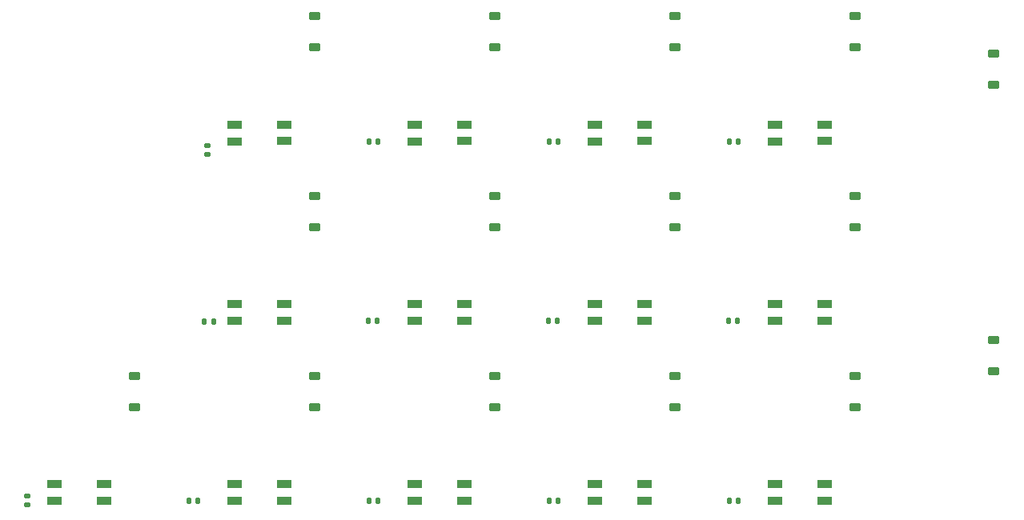
<source format=gbr>
%TF.GenerationSoftware,KiCad,Pcbnew,7.0.2*%
%TF.CreationDate,2023-08-21T12:10:16-07:00*%
%TF.ProjectId,Macropad_Project,4d616372-6f70-4616-945f-50726f6a6563,rev?*%
%TF.SameCoordinates,Original*%
%TF.FileFunction,Paste,Bot*%
%TF.FilePolarity,Positive*%
%FSLAX46Y46*%
G04 Gerber Fmt 4.6, Leading zero omitted, Abs format (unit mm)*
G04 Created by KiCad (PCBNEW 7.0.2) date 2023-08-21 12:10:16*
%MOMM*%
%LPD*%
G01*
G04 APERTURE LIST*
G04 Aperture macros list*
%AMRoundRect*
0 Rectangle with rounded corners*
0 $1 Rounding radius*
0 $2 $3 $4 $5 $6 $7 $8 $9 X,Y pos of 4 corners*
0 Add a 4 corners polygon primitive as box body*
4,1,4,$2,$3,$4,$5,$6,$7,$8,$9,$2,$3,0*
0 Add four circle primitives for the rounded corners*
1,1,$1+$1,$2,$3*
1,1,$1+$1,$4,$5*
1,1,$1+$1,$6,$7*
1,1,$1+$1,$8,$9*
0 Add four rect primitives between the rounded corners*
20,1,$1+$1,$2,$3,$4,$5,0*
20,1,$1+$1,$4,$5,$6,$7,0*
20,1,$1+$1,$6,$7,$8,$9,0*
20,1,$1+$1,$8,$9,$2,$3,0*%
G04 Aperture macros list end*
%ADD10R,1.600000X0.850000*%
%ADD11RoundRect,0.225000X-0.375000X0.225000X-0.375000X-0.225000X0.375000X-0.225000X0.375000X0.225000X0*%
%ADD12RoundRect,0.140000X-0.140000X-0.170000X0.140000X-0.170000X0.140000X0.170000X-0.140000X0.170000X0*%
%ADD13RoundRect,0.140000X-0.170000X0.140000X-0.170000X-0.140000X0.170000X-0.140000X0.170000X0.140000X0*%
G04 APERTURE END LIST*
D10*
%TO.C,RGB3*%
X97232500Y-37707500D03*
X97232500Y-39457500D03*
X91932500Y-39482500D03*
X91932500Y-37707500D03*
%TD*%
%TO.C,RGB4*%
X78192500Y-37707500D03*
X78192500Y-39457500D03*
X72892500Y-39482500D03*
X72892500Y-37707500D03*
%TD*%
D11*
%TO.C,D3*%
X119500000Y-26250000D03*
X119500000Y-29550000D03*
%TD*%
%TO.C,D7*%
X100450000Y-45302500D03*
X100450000Y-48602500D03*
%TD*%
%TO.C,D13*%
X100450000Y-64352500D03*
X100450000Y-67652500D03*
%TD*%
D12*
%TO.C,C10*%
X106170000Y-77562500D03*
X107130000Y-77562500D03*
%TD*%
D11*
%TO.C,D2*%
X100450000Y-26250000D03*
X100450000Y-29550000D03*
%TD*%
D10*
%TO.C,RGB6*%
X116282500Y-56737500D03*
X116282500Y-58487500D03*
X110982500Y-58512500D03*
X110982500Y-56737500D03*
%TD*%
D11*
%TO.C,D9*%
X138550000Y-45302500D03*
X138550000Y-48602500D03*
%TD*%
D10*
%TO.C,RGB9*%
X135332500Y-75787500D03*
X135332500Y-77537500D03*
X130032500Y-77562500D03*
X130032500Y-75787500D03*
%TD*%
D11*
%TO.C,D5*%
X153210000Y-30232500D03*
X153210000Y-33532500D03*
%TD*%
D10*
%TO.C,RGB11*%
X97232500Y-75787500D03*
X97232500Y-77537500D03*
X91932500Y-77562500D03*
X91932500Y-75787500D03*
%TD*%
%TO.C,RGB10*%
X116282500Y-75787500D03*
X116282500Y-77537500D03*
X110982500Y-77562500D03*
X110982500Y-75787500D03*
%TD*%
%TO.C,RGB5*%
X135332500Y-56737500D03*
X135332500Y-58487500D03*
X130032500Y-58512500D03*
X130032500Y-56737500D03*
%TD*%
D11*
%TO.C,D1*%
X81400000Y-26250000D03*
X81400000Y-29550000D03*
%TD*%
%TO.C,D15*%
X138550000Y-64352500D03*
X138550000Y-67652500D03*
%TD*%
D10*
%TO.C,RGB13*%
X59132500Y-75787500D03*
X59132500Y-77537500D03*
X53832500Y-77562500D03*
X53832500Y-75787500D03*
%TD*%
D12*
%TO.C,C9*%
X125220000Y-77562500D03*
X126180000Y-77562500D03*
%TD*%
%TO.C,C5*%
X69720000Y-58600000D03*
X70680000Y-58600000D03*
%TD*%
%TO.C,C1*%
X125220000Y-39482500D03*
X126180000Y-39482500D03*
%TD*%
D10*
%TO.C,RGB12*%
X78192500Y-75787500D03*
X78192500Y-77537500D03*
X72892500Y-77562500D03*
X72892500Y-75787500D03*
%TD*%
D12*
%TO.C,C7*%
X106120000Y-58487500D03*
X107080000Y-58487500D03*
%TD*%
D11*
%TO.C,D6*%
X81400000Y-45302500D03*
X81400000Y-48602500D03*
%TD*%
%TO.C,D4*%
X138550000Y-26250000D03*
X138550000Y-29550000D03*
%TD*%
%TO.C,D8*%
X119500000Y-45302500D03*
X119500000Y-48602500D03*
%TD*%
D12*
%TO.C,C2*%
X106170000Y-39482500D03*
X107130000Y-39482500D03*
%TD*%
%TO.C,C8*%
X125160000Y-58487500D03*
X126120000Y-58487500D03*
%TD*%
D11*
%TO.C,D10*%
X153200000Y-60532500D03*
X153200000Y-63832500D03*
%TD*%
%TO.C,D14*%
X119500000Y-64352500D03*
X119500000Y-67652500D03*
%TD*%
D12*
%TO.C,C12*%
X68080000Y-77562500D03*
X69040000Y-77562500D03*
%TD*%
D11*
%TO.C,D12*%
X81400000Y-64352500D03*
X81400000Y-67652500D03*
%TD*%
%TO.C,D11*%
X62300000Y-64352500D03*
X62300000Y-67652500D03*
%TD*%
D10*
%TO.C,RGB1*%
X135332500Y-37707500D03*
X135332500Y-39457500D03*
X130032500Y-39482500D03*
X130032500Y-37707500D03*
%TD*%
D13*
%TO.C,C4*%
X70000000Y-39920000D03*
X70000000Y-40880000D03*
%TD*%
D12*
%TO.C,C3*%
X87120000Y-39482500D03*
X88080000Y-39482500D03*
%TD*%
D10*
%TO.C,RGB2*%
X116282500Y-37707500D03*
X116282500Y-39457500D03*
X110982500Y-39482500D03*
X110982500Y-37707500D03*
%TD*%
D12*
%TO.C,C11*%
X87120000Y-77562500D03*
X88080000Y-77562500D03*
%TD*%
D10*
%TO.C,RGB8*%
X78192500Y-56737500D03*
X78192500Y-58487500D03*
X72892500Y-58512500D03*
X72892500Y-56737500D03*
%TD*%
D12*
%TO.C,C6*%
X87070000Y-58487500D03*
X88030000Y-58487500D03*
%TD*%
D10*
%TO.C,RGB7*%
X97232500Y-56737500D03*
X97232500Y-58487500D03*
X91932500Y-58512500D03*
X91932500Y-56737500D03*
%TD*%
D13*
%TO.C,C13*%
X51000000Y-77020000D03*
X51000000Y-77980000D03*
%TD*%
M02*

</source>
